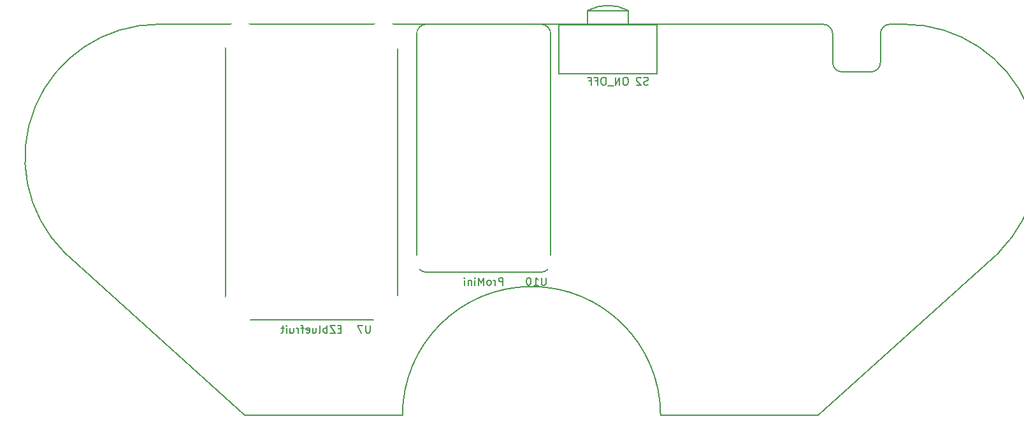
<source format=gbo>
G04 #@! TF.FileFunction,Legend,Bot*
%FSLAX46Y46*%
G04 Gerber Fmt 4.6, Leading zero omitted, Abs format (unit mm)*
G04 Created by KiCad (PCBNEW 4.0.1-3.201512221401+6198~38~ubuntu15.10.1-stable) date Mon Feb 15 20:14:59 2016*
%MOMM*%
G01*
G04 APERTURE LIST*
%ADD10C,0.101600*%
%ADD11C,0.152400*%
%ADD12C,0.150000*%
%ADD13O,2.432000X1.924000*%
%ADD14O,1.924000X2.432000*%
%ADD15O,1.924000X1.924000*%
%ADD16O,1.797000X1.797000*%
%ADD17C,1.901140*%
%ADD18C,2.398980*%
%ADD19R,2.432000X2.432000*%
%ADD20O,2.432000X2.432000*%
%ADD21C,4.572000*%
%ADD22O,2.813000X1.797000*%
%ADD23O,2.432000X1.797000*%
%ADD24C,1.924000*%
%ADD25C,2.000000*%
%ADD26C,4.100000*%
%ADD27C,3.000000*%
G04 APERTURE END LIST*
D10*
D11*
X139700000Y-22860000D02*
X141605000Y-22860000D01*
X139700000Y-22860000D02*
G75*
G03X138430000Y-24130000I0J-1270000D01*
G01*
X132080000Y-24130000D02*
G75*
G03X130810000Y-22860000I-1270000J0D01*
G01*
X137160000Y-29210000D02*
G75*
G03X138430000Y-27940000I0J1270000D01*
G01*
X132080000Y-27940000D02*
G75*
G03X133350000Y-29210000I1270000J0D01*
G01*
X133350000Y-29210000D02*
X137160000Y-29210000D01*
X138430000Y-27940000D02*
X138430000Y-24130000D01*
X132080000Y-24130000D02*
X132080000Y-27940000D01*
X109220000Y-74930000D02*
X130175000Y-74930000D01*
X74930000Y-74930000D02*
X53975000Y-74930000D01*
X109220000Y-74930000D02*
G75*
G03X92075000Y-57785000I-17145000J0D01*
G01*
X92075000Y-57785000D02*
G75*
G03X74930000Y-74930000I0J-17145000D01*
G01*
X53975000Y-74930000D02*
X29972000Y-53213000D01*
X29972641Y-53212359D02*
G75*
G02X42545000Y-22860000I12572359J12572359D01*
G01*
X42545000Y-22860000D02*
X130810000Y-22860000D01*
X130175000Y-74930000D02*
X154178000Y-53213000D01*
X154177359Y-53212359D02*
G75*
G03X141605000Y-22860000I-12572359J12572359D01*
G01*
X78105000Y-22860000D02*
X93345000Y-22860000D01*
X93345000Y-55880000D02*
X78105000Y-55880000D01*
D12*
X94615000Y-54610000D02*
G75*
G02X93345000Y-55880000I-1270000J0D01*
G01*
X78105000Y-55880000D02*
G75*
G02X76835000Y-54610000I0J1270000D01*
G01*
X76835000Y-24130000D02*
G75*
G02X78105000Y-22860000I1270000J0D01*
G01*
X93345000Y-22860000D02*
G75*
G02X94615000Y-24130000I0J-1270000D01*
G01*
X76835000Y-54610000D02*
X76835000Y-24130000D01*
X94615000Y-24130000D02*
X94615000Y-54610000D01*
X53340000Y-62230000D02*
X72390000Y-62230000D01*
X51435000Y-24765000D02*
X51435000Y-60325000D01*
X72390000Y-22860000D02*
X53340000Y-22860000D01*
X74295000Y-60325000D02*
X74295000Y-24765000D01*
X74295000Y-60325000D02*
G75*
G02X72390000Y-62230000I-1905000J0D01*
G01*
X53340000Y-62230000D02*
G75*
G02X51435000Y-60325000I0J1905000D01*
G01*
X51435000Y-24765000D02*
G75*
G02X53340000Y-22860000I1905000J0D01*
G01*
X72390000Y-22860000D02*
G75*
G02X74295000Y-24765000I0J-1905000D01*
G01*
X99535000Y-21035000D02*
G75*
G02X104935000Y-21035000I2700000J-5000000D01*
G01*
X104935000Y-21035000D02*
X99535000Y-21035000D01*
X104935000Y-22935000D02*
X104935000Y-21035000D01*
X99535000Y-21035000D02*
X99535000Y-22935000D01*
X95735000Y-29435000D02*
X95735000Y-22935000D01*
X95735000Y-22935000D02*
X108735000Y-22935000D01*
X108735000Y-22935000D02*
X108735000Y-29435000D01*
X108735000Y-29435000D02*
X95735000Y-29435000D01*
D11*
X93967904Y-56593619D02*
X93967904Y-57416095D01*
X93919523Y-57512857D01*
X93871142Y-57561238D01*
X93774380Y-57609619D01*
X93580857Y-57609619D01*
X93484095Y-57561238D01*
X93435714Y-57512857D01*
X93387333Y-57416095D01*
X93387333Y-56593619D01*
X92371333Y-57609619D02*
X92951904Y-57609619D01*
X92661618Y-57609619D02*
X92661618Y-56593619D01*
X92758380Y-56738762D01*
X92855142Y-56835524D01*
X92951904Y-56883905D01*
X91742380Y-56593619D02*
X91645619Y-56593619D01*
X91548857Y-56642000D01*
X91500476Y-56690381D01*
X91452095Y-56787143D01*
X91403714Y-56980667D01*
X91403714Y-57222571D01*
X91452095Y-57416095D01*
X91500476Y-57512857D01*
X91548857Y-57561238D01*
X91645619Y-57609619D01*
X91742380Y-57609619D01*
X91839142Y-57561238D01*
X91887523Y-57512857D01*
X91935904Y-57416095D01*
X91984285Y-57222571D01*
X91984285Y-56980667D01*
X91935904Y-56787143D01*
X91887523Y-56690381D01*
X91839142Y-56642000D01*
X91742380Y-56593619D01*
X88289190Y-57609619D02*
X88289190Y-56593619D01*
X87902143Y-56593619D01*
X87805381Y-56642000D01*
X87757000Y-56690381D01*
X87708619Y-56787143D01*
X87708619Y-56932286D01*
X87757000Y-57029048D01*
X87805381Y-57077429D01*
X87902143Y-57125810D01*
X88289190Y-57125810D01*
X87273190Y-57609619D02*
X87273190Y-56932286D01*
X87273190Y-57125810D02*
X87224809Y-57029048D01*
X87176428Y-56980667D01*
X87079666Y-56932286D01*
X86982905Y-56932286D01*
X86499095Y-57609619D02*
X86595857Y-57561238D01*
X86644238Y-57512857D01*
X86692619Y-57416095D01*
X86692619Y-57125810D01*
X86644238Y-57029048D01*
X86595857Y-56980667D01*
X86499095Y-56932286D01*
X86353953Y-56932286D01*
X86257191Y-56980667D01*
X86208810Y-57029048D01*
X86160429Y-57125810D01*
X86160429Y-57416095D01*
X86208810Y-57512857D01*
X86257191Y-57561238D01*
X86353953Y-57609619D01*
X86499095Y-57609619D01*
X85725000Y-57609619D02*
X85725000Y-56593619D01*
X85386334Y-57319333D01*
X85047667Y-56593619D01*
X85047667Y-57609619D01*
X84563857Y-57609619D02*
X84563857Y-56932286D01*
X84563857Y-56593619D02*
X84612238Y-56642000D01*
X84563857Y-56690381D01*
X84515476Y-56642000D01*
X84563857Y-56593619D01*
X84563857Y-56690381D01*
X84080047Y-56932286D02*
X84080047Y-57609619D01*
X84080047Y-57029048D02*
X84031666Y-56980667D01*
X83934904Y-56932286D01*
X83789762Y-56932286D01*
X83693000Y-56980667D01*
X83644619Y-57077429D01*
X83644619Y-57609619D01*
X83160809Y-57609619D02*
X83160809Y-56932286D01*
X83160809Y-56593619D02*
X83209190Y-56642000D01*
X83160809Y-56690381D01*
X83112428Y-56642000D01*
X83160809Y-56593619D01*
X83160809Y-56690381D01*
X70624095Y-62943619D02*
X70624095Y-63766095D01*
X70575714Y-63862857D01*
X70527333Y-63911238D01*
X70430571Y-63959619D01*
X70237048Y-63959619D01*
X70140286Y-63911238D01*
X70091905Y-63862857D01*
X70043524Y-63766095D01*
X70043524Y-62943619D01*
X69656476Y-62943619D02*
X68979143Y-62943619D01*
X69414571Y-63959619D01*
X66783856Y-63427429D02*
X66445190Y-63427429D01*
X66300047Y-63959619D02*
X66783856Y-63959619D01*
X66783856Y-62943619D01*
X66300047Y-62943619D01*
X65961380Y-62943619D02*
X65284047Y-62943619D01*
X65961380Y-63959619D01*
X65284047Y-63959619D01*
X64896999Y-63959619D02*
X64896999Y-62943619D01*
X64896999Y-63330667D02*
X64800237Y-63282286D01*
X64606714Y-63282286D01*
X64509952Y-63330667D01*
X64461571Y-63379048D01*
X64413190Y-63475810D01*
X64413190Y-63766095D01*
X64461571Y-63862857D01*
X64509952Y-63911238D01*
X64606714Y-63959619D01*
X64800237Y-63959619D01*
X64896999Y-63911238D01*
X63832618Y-63959619D02*
X63929380Y-63911238D01*
X63977761Y-63814476D01*
X63977761Y-62943619D01*
X63010143Y-63282286D02*
X63010143Y-63959619D01*
X63445571Y-63282286D02*
X63445571Y-63814476D01*
X63397190Y-63911238D01*
X63300428Y-63959619D01*
X63155286Y-63959619D01*
X63058524Y-63911238D01*
X63010143Y-63862857D01*
X62139286Y-63911238D02*
X62236048Y-63959619D01*
X62429571Y-63959619D01*
X62526333Y-63911238D01*
X62574714Y-63814476D01*
X62574714Y-63427429D01*
X62526333Y-63330667D01*
X62429571Y-63282286D01*
X62236048Y-63282286D01*
X62139286Y-63330667D01*
X62090905Y-63427429D01*
X62090905Y-63524190D01*
X62574714Y-63620952D01*
X61800619Y-63282286D02*
X61413571Y-63282286D01*
X61655476Y-63959619D02*
X61655476Y-63088762D01*
X61607095Y-62992000D01*
X61510333Y-62943619D01*
X61413571Y-62943619D01*
X61074905Y-63959619D02*
X61074905Y-63282286D01*
X61074905Y-63475810D02*
X61026524Y-63379048D01*
X60978143Y-63330667D01*
X60881381Y-63282286D01*
X60784620Y-63282286D01*
X60010525Y-63282286D02*
X60010525Y-63959619D01*
X60445953Y-63282286D02*
X60445953Y-63814476D01*
X60397572Y-63911238D01*
X60300810Y-63959619D01*
X60155668Y-63959619D01*
X60058906Y-63911238D01*
X60010525Y-63862857D01*
X59526715Y-63959619D02*
X59526715Y-63282286D01*
X59526715Y-62943619D02*
X59575096Y-62992000D01*
X59526715Y-63040381D01*
X59478334Y-62992000D01*
X59526715Y-62943619D01*
X59526715Y-63040381D01*
X59188048Y-63282286D02*
X58801000Y-63282286D01*
X59042905Y-62943619D02*
X59042905Y-63814476D01*
X58994524Y-63911238D01*
X58897762Y-63959619D01*
X58801000Y-63959619D01*
X107564095Y-30891238D02*
X107418952Y-30939619D01*
X107177048Y-30939619D01*
X107080286Y-30891238D01*
X107031905Y-30842857D01*
X106983524Y-30746095D01*
X106983524Y-30649333D01*
X107031905Y-30552571D01*
X107080286Y-30504190D01*
X107177048Y-30455810D01*
X107370571Y-30407429D01*
X107467333Y-30359048D01*
X107515714Y-30310667D01*
X107564095Y-30213905D01*
X107564095Y-30117143D01*
X107515714Y-30020381D01*
X107467333Y-29972000D01*
X107370571Y-29923619D01*
X107128667Y-29923619D01*
X106983524Y-29972000D01*
X106596476Y-30020381D02*
X106548095Y-29972000D01*
X106451333Y-29923619D01*
X106209429Y-29923619D01*
X106112667Y-29972000D01*
X106064286Y-30020381D01*
X106015905Y-30117143D01*
X106015905Y-30213905D01*
X106064286Y-30359048D01*
X106644857Y-30939619D01*
X106015905Y-30939619D01*
X104654047Y-29923619D02*
X104460524Y-29923619D01*
X104363762Y-29972000D01*
X104267000Y-30068762D01*
X104218619Y-30262286D01*
X104218619Y-30600952D01*
X104267000Y-30794476D01*
X104363762Y-30891238D01*
X104460524Y-30939619D01*
X104654047Y-30939619D01*
X104750809Y-30891238D01*
X104847571Y-30794476D01*
X104895952Y-30600952D01*
X104895952Y-30262286D01*
X104847571Y-30068762D01*
X104750809Y-29972000D01*
X104654047Y-29923619D01*
X103783190Y-30939619D02*
X103783190Y-29923619D01*
X103202619Y-30939619D01*
X103202619Y-29923619D01*
X102960714Y-31036381D02*
X102186619Y-31036381D01*
X101751190Y-29923619D02*
X101557667Y-29923619D01*
X101460905Y-29972000D01*
X101364143Y-30068762D01*
X101315762Y-30262286D01*
X101315762Y-30600952D01*
X101364143Y-30794476D01*
X101460905Y-30891238D01*
X101557667Y-30939619D01*
X101751190Y-30939619D01*
X101847952Y-30891238D01*
X101944714Y-30794476D01*
X101993095Y-30600952D01*
X101993095Y-30262286D01*
X101944714Y-30068762D01*
X101847952Y-29972000D01*
X101751190Y-29923619D01*
X100541667Y-30407429D02*
X100880333Y-30407429D01*
X100880333Y-30939619D02*
X100880333Y-29923619D01*
X100396524Y-29923619D01*
X99670810Y-30407429D02*
X100009476Y-30407429D01*
X100009476Y-30939619D02*
X100009476Y-29923619D01*
X99525667Y-29923619D01*
%LPC*%
D13*
X93345000Y-24130000D03*
X93345000Y-26670000D03*
X93345000Y-29210000D03*
X93345000Y-31750000D03*
X93345000Y-34290000D03*
X93345000Y-36830000D03*
X93345000Y-39370000D03*
X93345000Y-41910000D03*
X93345000Y-44450000D03*
X93345000Y-46990000D03*
X93345000Y-49530000D03*
X93345000Y-52070000D03*
D14*
X92075000Y-54610000D03*
X89535000Y-54610000D03*
X86995000Y-54610000D03*
X84455000Y-54610000D03*
X81915000Y-54610000D03*
X79375000Y-54610000D03*
D13*
X78105000Y-52069999D03*
X78105000Y-49530000D03*
X78105000Y-46990000D03*
X78105000Y-44450000D03*
X78105000Y-41910000D03*
X78105000Y-39370000D03*
X78105000Y-36830000D03*
X78105000Y-34290000D03*
X78105000Y-31750000D03*
X78105000Y-29210000D03*
X78105000Y-26670000D03*
X78105000Y-24130000D03*
D15*
X90805000Y-24130000D03*
X90805000Y-26670000D03*
X90805000Y-29210000D03*
X90805000Y-31750000D03*
X90805000Y-34290000D03*
X90805000Y-36830000D03*
X90805000Y-39370000D03*
X90805000Y-41910000D03*
X90805000Y-44450000D03*
X90805000Y-46990000D03*
X90805000Y-49530000D03*
X95885000Y-52070000D03*
X94615000Y-54610000D03*
X89535000Y-52070000D03*
X86995000Y-52070000D03*
X84455000Y-52070000D03*
X81915000Y-52070000D03*
X76835000Y-54610000D03*
X75565000Y-52070000D03*
X80645000Y-49530000D03*
X80645000Y-46990000D03*
X80645000Y-44450000D03*
X80645000Y-41910000D03*
X80645000Y-39370000D03*
X80645000Y-36830000D03*
X80645000Y-34290000D03*
X80645000Y-31750000D03*
X80645000Y-29210000D03*
D16*
X80645000Y-26670000D03*
X80645000Y-24130000D03*
D17*
X140335000Y-54610000D03*
X142875000Y-54610000D03*
X155575000Y-41910000D03*
X155575000Y-39370000D03*
X140335000Y-27940000D03*
X142875000Y-27940000D03*
X103505000Y-48895000D03*
X103505000Y-46355000D03*
X28575000Y-41910000D03*
X28575000Y-39370000D03*
X43815000Y-53975000D03*
X41275000Y-53975000D03*
X43815000Y-27940000D03*
X41275000Y-27940000D03*
D18*
X146685000Y-51435000D03*
X136525000Y-51435000D03*
X152400000Y-35560000D03*
X152400000Y-45720000D03*
X146685000Y-31115000D03*
X136525000Y-31115000D03*
X106680000Y-38735000D03*
X106680000Y-48895000D03*
X31750000Y-35560000D03*
X31750000Y-45720000D03*
X37465000Y-50800000D03*
X47625000Y-50800000D03*
X37465000Y-31115000D03*
X47625000Y-31115000D03*
D19*
X106045000Y-52070000D03*
D20*
X103505000Y-52070000D03*
D13*
X73025000Y-28575000D03*
X73025000Y-31115000D03*
X73025000Y-33655000D03*
X73025000Y-36195000D03*
X73025000Y-38735000D03*
X73025000Y-41275000D03*
X73025000Y-43815000D03*
X73025000Y-46355000D03*
X73025000Y-48895000D03*
X73025000Y-51435000D03*
X73025000Y-53975000D03*
X73025000Y-56515000D03*
D14*
X69215000Y-60960000D03*
X66675000Y-60960000D03*
X64135000Y-60960000D03*
X61595000Y-60960000D03*
X59055000Y-60960000D03*
X56515000Y-60960000D03*
D13*
X52705000Y-56515000D03*
X52705000Y-53975000D03*
X52705000Y-51435000D03*
X52705000Y-48895000D03*
X52705000Y-46355000D03*
X52705000Y-43815000D03*
X52705000Y-41275000D03*
X52705000Y-38735000D03*
X52705000Y-36195000D03*
X52705000Y-33655000D03*
X52705000Y-31115000D03*
X52705000Y-28575000D03*
D21*
X72390000Y-60325000D03*
X53340000Y-60325000D03*
X53340000Y-24765000D03*
X72390000Y-24765000D03*
D15*
X70485000Y-28575000D03*
X70485000Y-31115000D03*
X70485000Y-33655000D03*
X70485000Y-36195000D03*
X70485000Y-38735000D03*
X70485000Y-41275000D03*
X70485000Y-43815000D03*
X70485000Y-46355000D03*
X70485000Y-48895000D03*
X70485000Y-51435000D03*
X70485000Y-53975000D03*
X70485000Y-56515000D03*
X55245000Y-56515000D03*
X55245000Y-53975000D03*
X55245000Y-51435000D03*
X55245000Y-48895000D03*
X55245000Y-46355000D03*
X55245000Y-43815000D03*
X55245000Y-41275000D03*
X55245000Y-38735000D03*
X55245000Y-36195000D03*
X55245000Y-33655000D03*
D16*
X55245000Y-31115000D03*
X55245000Y-28575000D03*
D21*
X72390000Y-71120000D03*
X54610000Y-71120000D03*
X137795000Y-60960000D03*
X46355000Y-60960000D03*
D22*
X66675000Y-29210000D03*
X66675000Y-31750000D03*
X66675000Y-34290000D03*
X66675000Y-36830000D03*
X66675000Y-39370000D03*
D23*
X66675000Y-41910000D03*
D22*
X66675000Y-44450000D03*
X66675000Y-46990000D03*
X66675000Y-49530000D03*
X66675000Y-52070000D03*
D21*
X66675000Y-55245000D03*
X117475000Y-55245000D03*
X117475000Y-26035000D03*
X66675000Y-26035000D03*
D13*
X130810000Y-67310000D03*
X130810000Y-64770000D03*
X130810000Y-62230000D03*
X130810000Y-59690000D03*
X130810000Y-57150000D03*
X130810000Y-54610000D03*
X130810000Y-52070000D03*
X130810000Y-49530000D03*
X130810000Y-46990000D03*
X130810000Y-44450000D03*
X130810000Y-41910000D03*
X130810000Y-39370000D03*
X110490000Y-29210000D03*
X110490000Y-31750000D03*
X110490000Y-34290000D03*
X110490000Y-36830000D03*
X110490000Y-39370000D03*
X110490000Y-41910000D03*
X110490000Y-44450000D03*
X110490000Y-46990000D03*
X110490000Y-49530000D03*
X110490000Y-52070000D03*
X110490000Y-54610000D03*
X110490000Y-57150000D03*
X110490000Y-59690000D03*
X110490000Y-62230000D03*
X110490000Y-64770000D03*
X110490000Y-67310000D03*
D21*
X129540000Y-25400000D03*
X111760000Y-25400000D03*
D24*
X128270000Y-67310000D03*
X128270000Y-64770000D03*
X128270000Y-62230000D03*
X128270000Y-59690000D03*
X128270000Y-57150000D03*
X128270000Y-54610000D03*
X128270000Y-52070000D03*
X128270000Y-49530000D03*
X128270000Y-46990000D03*
X128270000Y-44450000D03*
X128270000Y-41910000D03*
X128270000Y-39370000D03*
X113030000Y-29210000D03*
X113030000Y-31750000D03*
X113030000Y-34290000D03*
X113030000Y-36830000D03*
X113030000Y-39370000D03*
X113030000Y-41910000D03*
X113030000Y-44450000D03*
X113030000Y-46990000D03*
X113030000Y-49530000D03*
X113030000Y-52070000D03*
X113030000Y-54610000D03*
X113030000Y-57150000D03*
X113030000Y-59690000D03*
X113030000Y-62230000D03*
X113030000Y-64770000D03*
X113030000Y-67310000D03*
D21*
X129540000Y-71120000D03*
X111760000Y-71120000D03*
D25*
X42545000Y-48140000D03*
X40045000Y-48140000D03*
X45045000Y-48140000D03*
X40045000Y-33640000D03*
X45045000Y-33640000D03*
D26*
X49245000Y-40640000D03*
X35845000Y-40640000D03*
D25*
X141605000Y-48140000D03*
X139105000Y-48140000D03*
X144105000Y-48140000D03*
X139105000Y-33640000D03*
X144105000Y-33640000D03*
D26*
X148305000Y-40640000D03*
X134905000Y-40640000D03*
D27*
X99585000Y-26035000D03*
X104885000Y-26035000D03*
M02*

</source>
